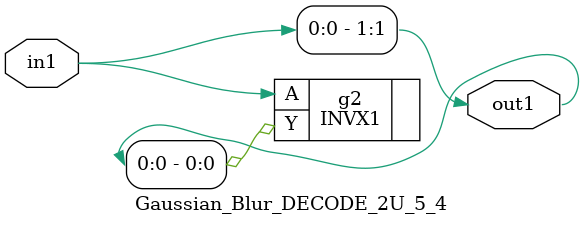
<source format=v>
`timescale 1ps / 1ps


module Gaussian_Blur_DECODE_2U_5_4(in1, out1);
  input in1;
  output [1:0] out1;
  wire in1;
  wire [1:0] out1;
  assign out1[1] = in1;
  INVX1 g2(.A (in1), .Y (out1[0]));
endmodule


</source>
